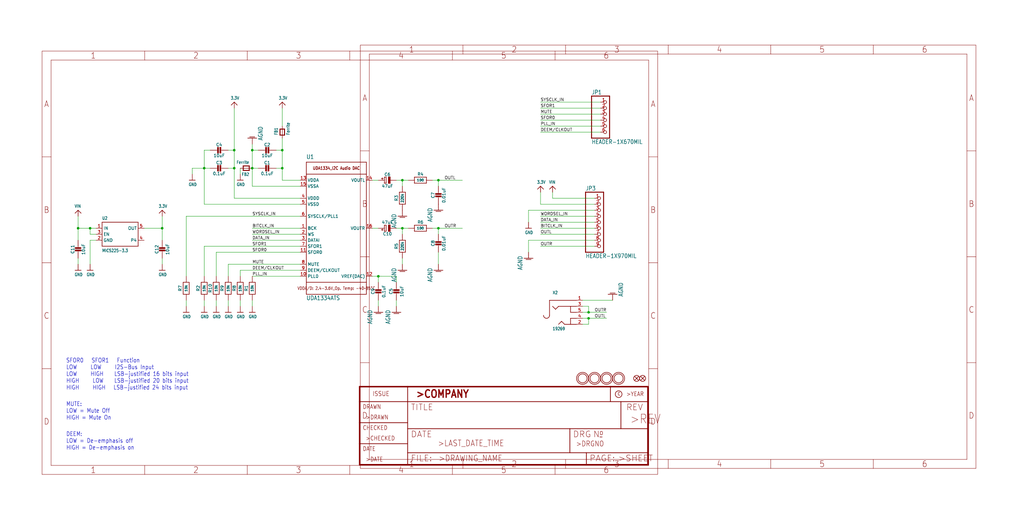
<source format=kicad_sch>
(kicad_sch (version 20211123) (generator eeschema)
  (paper "User" 433.07 220.421)
  (lib_symbols
    (symbol "schematicEagle-eagle-import:3.3V" (power)
      (property "Value" "3.3V" (at -1.524 1.016 0))
      (symbol "3.3V_1_0"
        (polyline (pts (xy -1.27 -1.27) (xy 0 0)) (stroke (width 0.254)))
        (polyline (pts (xy 0 0) (xy 1.27 -1.27)) (stroke (width 0.254)))
        (pin power_in line (at 0 -2.54 90) (length 2.54) (name "3.3V") (number "1"))
      )
    )
    (symbol "schematicEagle-eagle-import:AGND" (power)
      (property "Value" "AGND" (at -2.54 -5.08 90))
      (symbol "AGND_1_0"
        (polyline (pts (xy -1.905 0) (xy 1.905 0)) (stroke (width 0.254)))
        (polyline (pts (xy -1.0922 -0.508) (xy 1.0922 -0.508)) (stroke (width 0.254)))
        (pin power_in line (at 0 2.54 270) (length 2.54) (name "AGND") (number "1"))
      )
    )
    (symbol "schematicEagle-eagle-import:AUDIO_3.5MMJACK"
      (property "Reference" "X" (at -5.08 7.62 0))
      (property "Value" "AUDIO_3.5MMJACK" (at -5.08 -7.62 0))
      (symbol "AUDIO_3.5MMJACK_1_0"
        (arc (start -8.89 -1.27) (mid -8.518 -2.168) (end -7.62 -2.54) (stroke (width 0.254)))
        (arc (start -7.62 -2.54) (mid -6.722 -2.168) (end -6.35 -1.27) (stroke (width 0.254)))
        (polyline (pts (xy -6.35 5.08) (xy -6.35 -1.27)) (stroke (width 0.254)))
        (polyline (pts (xy -3.81 1.27) (xy -5.08 2.54)) (stroke (width 0.254)))
        (polyline (pts (xy -2.54 2.54) (xy -3.81 1.27)) (stroke (width 0.254)))
        (polyline (pts (xy -1.27 -3.81) (xy -2.54 -5.08)) (stroke (width 0.254)))
        (polyline (pts (xy 0 -5.08) (xy -1.27 -3.81)) (stroke (width 0.254)))
        (polyline (pts (xy 2.54 -5.08) (xy 0 -5.08)) (stroke (width 0.254)))
        (polyline (pts (xy 2.54 -2.54) (xy 2.54 -5.08)) (stroke (width 0.254)))
        (polyline (pts (xy 2.54 0) (xy 2.54 2.54)) (stroke (width 0.254)))
        (polyline (pts (xy 2.54 2.54) (xy -2.54 2.54)) (stroke (width 0.254)))
        (polyline (pts (xy 5.08 -5.08) (xy 2.54 -5.08)) (stroke (width 0.254)))
        (polyline (pts (xy 5.08 -2.54) (xy 2.54 -2.54)) (stroke (width 0.254)))
        (polyline (pts (xy 5.08 0) (xy 2.54 0)) (stroke (width 0.254)))
        (polyline (pts (xy 5.08 2.54) (xy 2.54 2.54)) (stroke (width 0.254)))
        (polyline (pts (xy 5.08 5.08) (xy -6.35 5.08)) (stroke (width 0.254)))
        (pin bidirectional line (at 7.62 5.08 180) (length 2.54) (name "P$1") (number "1"))
        (pin bidirectional line (at 7.62 -5.08 180) (length 2.54) (name "P$5") (number "2"))
        (pin bidirectional line (at 7.62 2.54 180) (length 2.54) (name "P$2") (number "3"))
        (pin bidirectional line (at 7.62 -2.54 180) (length 2.54) (name "P$4") (number "4"))
        (pin bidirectional line (at 7.62 0 180) (length 2.54) (name "P$3") (number "5"))
      )
    )
    (symbol "schematicEagle-eagle-import:AUDIO_I2S_UDA1334{dblquote}{dblquote}"
      (property "Reference" "U" (at -12.7 29.21 0))
      (property "Value" "AUDIO_I2S_UDA1334{dblquote}{dblquote}" (at -12.7 -30.48 0))
      (symbol "AUDIO_I2S_UDA1334{dblquote}{dblquote}_1_0"
        (polyline (pts (xy -12.7 -27.94) (xy 12.7 -27.94)) (stroke (width 0.254)))
        (polyline (pts (xy -12.7 -22.86) (xy -12.7 -27.94)) (stroke (width 0.254)))
        (polyline (pts (xy -12.7 -22.86) (xy -12.7 22.86)) (stroke (width 0.254)))
        (polyline (pts (xy -12.7 22.86) (xy -12.7 27.94)) (stroke (width 0.254)))
        (polyline (pts (xy -12.7 22.86) (xy 12.7 22.86)) (stroke (width 0.254)))
        (polyline (pts (xy -12.7 27.94) (xy 12.7 27.94)) (stroke (width 0.254)))
        (polyline (pts (xy 12.7 -27.94) (xy 12.7 -22.86)) (stroke (width 0.254)))
        (polyline (pts (xy 12.7 -22.86) (xy -12.7 -22.86)) (stroke (width 0.254)))
        (polyline (pts (xy 12.7 22.86) (xy 12.7 -22.86)) (stroke (width 0.254)))
        (polyline (pts (xy 12.7 27.94) (xy 12.7 22.86)) (stroke (width 0.254)))
        (text "UDA1334_I2C Audio DAC" (at 0 25.4 0) (effects (font (size 1.27 1.0795) (thickness 0.2159) bold)))
        (text "VDDA/D: 2.4-3.6V_Op. Temp: -40~85°C" (at 0 -25.4 0) (effects (font (size 1.27 1.0795))))
        (pin input line (at -15.24 0 0) (length 2.54) (name "BCK") (number "1"))
        (pin input line (at -15.24 -20.32 0) (length 2.54) (name "PLL0") (number "10"))
        (pin input line (at -15.24 -10.16 0) (length 2.54) (name "SFOR0") (number "11"))
        (pin output line (at 15.24 -20.32 180) (length 2.54) (name "VREF(DAC)") (number "12"))
        (pin power_in line (at -15.24 20.32 0) (length 2.54) (name "VDDA") (number "13"))
        (pin output line (at 15.24 20.32 180) (length 2.54) (name "VOUTL") (number "14"))
        (pin power_in line (at -15.24 17.78 0) (length 2.54) (name "VSSA") (number "15"))
        (pin output line (at 15.24 0 180) (length 2.54) (name "VOUTR") (number "16"))
        (pin input line (at -15.24 -2.54 0) (length 2.54) (name "WS") (number "2"))
        (pin input line (at -15.24 -5.08 0) (length 2.54) (name "DATAI") (number "3"))
        (pin power_in line (at -15.24 12.7 0) (length 2.54) (name "VDDD") (number "4"))
        (pin power_in line (at -15.24 10.16 0) (length 2.54) (name "VSSD") (number "5"))
        (pin input line (at -15.24 5.08 0) (length 2.54) (name "SYSCLK/PLL1") (number "6"))
        (pin input line (at -15.24 -7.62 0) (length 2.54) (name "SFOR1") (number "7"))
        (pin input line (at -15.24 -15.24 0) (length 2.54) (name "MUTE") (number "8"))
        (pin bidirectional line (at -15.24 -17.78 0) (length 2.54) (name "DEEM/CLKOUT") (number "9"))
      )
    )
    (symbol "schematicEagle-eagle-import:CAP_CERAMIC0805-NOOUTLINE"
      (property "Reference" "C" (at -2.29 1.25 90))
      (property "Value" "CAP_CERAMIC0805-NOOUTLINE" (at 2.3 1.25 90))
      (symbol "CAP_CERAMIC0805-NOOUTLINE_1_0"
        (rectangle (start -1.27 0.508) (end 1.27 1.016) (fill (type outline)))
        (rectangle (start -1.27 1.524) (end 1.27 2.032) (fill (type outline)))
        (polyline (pts (xy 0 0.762) (xy 0 0)) (stroke (width 0.1524)))
        (polyline (pts (xy 0 2.54) (xy 0 1.778)) (stroke (width 0.1524)))
        (pin passive line (at 0 5.08 270) (length 2.54) (name "1") (number "1"))
        (pin passive line (at 0 -2.54 90) (length 2.54) (name "2") (number "2"))
      )
    )
    (symbol "schematicEagle-eagle-import:CAP_ELECTROLYTICPANASONIC_C"
      (property "Reference" "C" (at -2.39 1.25 90))
      (property "Value" "CAP_ELECTROLYTICPANASONIC_C" (at 2.5 1.25 90))
      (symbol "CAP_ELECTROLYTICPANASONIC_C_1_0"
        (rectangle (start -1.397 0) (end 1.397 0.889) (fill (type outline)))
        (polyline (pts (xy -1.27 1.778) (xy -1.27 2.54)) (stroke (width 0.254)))
        (polyline (pts (xy -1.27 2.54) (xy 1.27 2.54)) (stroke (width 0.254)))
        (polyline (pts (xy -1.016 3.429) (xy -0.254 3.429)) (stroke (width 0.254)))
        (polyline (pts (xy -0.635 3.81) (xy -0.635 3.048)) (stroke (width 0.254)))
        (polyline (pts (xy 1.27 1.778) (xy -1.27 1.778)) (stroke (width 0.254)))
        (polyline (pts (xy 1.27 2.54) (xy 1.27 1.778)) (stroke (width 0.254)))
        (pin passive line (at 0 5.08 270) (length 2.54) (name "+") (number "+"))
        (pin passive line (at 0 -2.54 90) (length 2.54) (name "-") (number "-"))
      )
    )
    (symbol "schematicEagle-eagle-import:FERRITE0805"
      (property "Reference" "FB" (at -1.27 1.905 0))
      (property "Value" "FERRITE0805" (at -1.27 -3.175 0))
      (symbol "FERRITE0805_1_0"
        (polyline (pts (xy -1.27 -0.9525) (xy -1.27 0.9525)) (stroke (width 0.4064)))
        (polyline (pts (xy -1.27 0.9525) (xy 1.27 0.9525)) (stroke (width 0.4064)))
        (polyline (pts (xy 1.27 -0.9525) (xy -1.27 -0.9525)) (stroke (width 0.4064)))
        (polyline (pts (xy 1.27 0.9525) (xy 1.27 -0.9525)) (stroke (width 0.4064)))
        (pin passive line (at -2.54 0 0) (length 2.54) (name "P$1") (number "1"))
        (pin passive line (at 2.54 0 180) (length 2.54) (name "P$2") (number "2"))
      )
    )
    (symbol "schematicEagle-eagle-import:FIDUCIAL_1MM"
      (symbol "FIDUCIAL_1MM_1_0"
        (polyline (pts (xy -0.762 0.762) (xy 0.762 -0.762)) (stroke (width 0.254)))
        (polyline (pts (xy 0.762 0.762) (xy -0.762 -0.762)) (stroke (width 0.254)))
        (circle (center 0 0) (radius 1.27) (stroke (width 0.254)))
      )
    )
    (symbol "schematicEagle-eagle-import:FRAME_A4"
      (symbol "FRAME_A4_0_0"
        (polyline (pts (xy 0 44.7675) (xy 3.81 44.7675)))
        (polyline (pts (xy 0 89.535) (xy 3.81 89.535)))
        (polyline (pts (xy 0 134.3025) (xy 3.81 134.3025)))
        (polyline (pts (xy 3.81 3.81) (xy 3.81 175.26)))
        (polyline (pts (xy 43.3917 0) (xy 43.3917 3.81)))
        (polyline (pts (xy 43.3917 175.26) (xy 43.3917 179.07)))
        (polyline (pts (xy 86.7833 0) (xy 86.7833 3.81)))
        (polyline (pts (xy 86.7833 175.26) (xy 86.7833 179.07)))
        (polyline (pts (xy 130.175 0) (xy 130.175 3.81)))
        (polyline (pts (xy 130.175 175.26) (xy 130.175 179.07)))
        (polyline (pts (xy 173.5667 0) (xy 173.5667 3.81)))
        (polyline (pts (xy 173.5667 175.26) (xy 173.5667 179.07)))
        (polyline (pts (xy 216.9583 0) (xy 216.9583 3.81)))
        (polyline (pts (xy 216.9583 175.26) (xy 216.9583 179.07)))
        (polyline (pts (xy 256.54 3.81) (xy 3.81 3.81)))
        (polyline (pts (xy 256.54 3.81) (xy 256.54 175.26)))
        (polyline (pts (xy 256.54 44.7675) (xy 260.35 44.7675)))
        (polyline (pts (xy 256.54 89.535) (xy 260.35 89.535)))
        (polyline (pts (xy 256.54 134.3025) (xy 260.35 134.3025)))
        (polyline (pts (xy 256.54 175.26) (xy 3.81 175.26)))
        (polyline (pts (xy 0 0) (xy 260.35 0) (xy 260.35 179.07) (xy 0 179.07) (xy 0 0)))
        (text "1" (at 21.6958 1.905 0) (effects (font (size 2.54 2.286))))
        (text "1" (at 21.6958 177.165 0) (effects (font (size 2.54 2.286))))
        (text "2" (at 65.0875 1.905 0) (effects (font (size 2.54 2.286))))
        (text "2" (at 65.0875 177.165 0) (effects (font (size 2.54 2.286))))
        (text "3" (at 108.4792 1.905 0) (effects (font (size 2.54 2.286))))
        (text "3" (at 108.4792 177.165 0) (effects (font (size 2.54 2.286))))
        (text "4" (at 151.8708 1.905 0) (effects (font (size 2.54 2.286))))
        (text "4" (at 151.8708 177.165 0) (effects (font (size 2.54 2.286))))
        (text "5" (at 195.2625 1.905 0) (effects (font (size 2.54 2.286))))
        (text "5" (at 195.2625 177.165 0) (effects (font (size 2.54 2.286))))
        (text "6" (at 238.6542 1.905 0) (effects (font (size 2.54 2.286))))
        (text "6" (at 238.6542 177.165 0) (effects (font (size 2.54 2.286))))
        (text "A" (at 1.905 156.6863 0) (effects (font (size 2.54 2.286))))
        (text "A" (at 258.445 156.6863 0) (effects (font (size 2.54 2.286))))
        (text "B" (at 1.905 111.9188 0) (effects (font (size 2.54 2.286))))
        (text "B" (at 258.445 111.9188 0) (effects (font (size 2.54 2.286))))
        (text "C" (at 1.905 67.1513 0) (effects (font (size 2.54 2.286))))
        (text "C" (at 258.445 67.1513 0) (effects (font (size 2.54 2.286))))
        (text "D" (at 1.905 22.3838 0) (effects (font (size 2.54 2.286))))
        (text "D" (at 258.445 22.3838 0) (effects (font (size 2.54 2.286))))
      )
      (symbol "FRAME_A4_1_0"
        (polyline (pts (xy 256.54 3.81) (xy 256.54 8.89)) (stroke (width 0.1016)))
        (polyline (pts (xy 256.54 8.89) (xy 256.54 13.97)) (stroke (width 0.1016)))
        (polyline (pts (xy 256.54 13.97) (xy 256.54 19.05)) (stroke (width 0.1016)))
        (polyline (pts (xy 256.54 19.05) (xy 256.54 36.83)) (stroke (width 0.1016)))
      )
      (symbol "FRAME_A4_2_0"
        (polyline (pts (xy -0.3048 1.5748) (xy 20.0152 1.5748)) (stroke (width 0.6096)))
        (polyline (pts (xy -0.3048 10.4648) (xy -0.3048 1.5748)) (stroke (width 0.6096)))
        (polyline (pts (xy -0.3048 10.4648) (xy 20.0152 10.4648)) (stroke (width 0.3048)))
        (polyline (pts (xy -0.3048 19.3548) (xy -0.3048 10.4648)) (stroke (width 0.6096)))
        (polyline (pts (xy -0.3048 19.3548) (xy 20.0152 19.3548)) (stroke (width 0.3048)))
        (polyline (pts (xy -0.3048 28.2448) (xy -0.3048 19.3548)) (stroke (width 0.6096)))
        (polyline (pts (xy -0.3048 28.2448) (xy 20.0152 28.2448)) (stroke (width 0.3048)))
        (polyline (pts (xy -0.3048 34.5948) (xy -0.3048 28.2448)) (stroke (width 0.6096)))
        (polyline (pts (xy 20.0152 1.5748) (xy 20.0152 6.6548)) (stroke (width 0.3048)))
        (polyline (pts (xy 20.0152 1.5748) (xy 95.5802 1.5748)) (stroke (width 0.6096)))
        (polyline (pts (xy 20.0152 6.6548) (xy 20.0152 10.4648)) (stroke (width 0.3048)))
        (polyline (pts (xy 20.0152 6.6548) (xy 88.5952 6.6548)) (stroke (width 0.3048)))
        (polyline (pts (xy 20.0152 10.4648) (xy 20.0152 16.8148)) (stroke (width 0.3048)))
        (polyline (pts (xy 20.0152 16.8148) (xy 20.0152 19.3548)) (stroke (width 0.3048)))
        (polyline (pts (xy 20.0152 19.3548) (xy 20.0152 28.2448)) (stroke (width 0.3048)))
        (polyline (pts (xy 20.0152 28.2448) (xy 20.0152 34.5948)) (stroke (width 0.3048)))
        (polyline (pts (xy 20.0152 28.2448) (xy 105.7402 28.2448)) (stroke (width 0.3048)))
        (polyline (pts (xy 20.0152 34.5948) (xy -0.3048 34.5948)) (stroke (width 0.6096)))
        (polyline (pts (xy 88.5952 6.6548) (xy 95.5802 6.6548)) (stroke (width 0.3048)))
        (polyline (pts (xy 88.5952 16.8148) (xy 20.0152 16.8148)) (stroke (width 0.3048)))
        (polyline (pts (xy 88.5952 16.8148) (xy 88.5952 6.6548)) (stroke (width 0.3048)))
        (polyline (pts (xy 95.5802 1.5748) (xy 121.6152 1.5748)) (stroke (width 0.6096)))
        (polyline (pts (xy 95.5802 6.6548) (xy 95.5802 1.5748)) (stroke (width 0.3048)))
        (polyline (pts (xy 95.5802 6.6548) (xy 121.6152 6.6548)) (stroke (width 0.3048)))
        (polyline (pts (xy 101.2952 13.3223) (xy 102.2477 13.3223)) (stroke (width 0.254)))
        (polyline (pts (xy 105.7402 28.2448) (xy 105.7402 34.5948)) (stroke (width 0.3048)))
        (polyline (pts (xy 105.7402 28.2448) (xy 110.1852 28.2448)) (stroke (width 0.3048)))
        (polyline (pts (xy 105.7402 34.5948) (xy 20.0152 34.5948)) (stroke (width 0.6096)))
        (polyline (pts (xy 110.1852 16.8148) (xy 88.5952 16.8148)) (stroke (width 0.3048)))
        (polyline (pts (xy 110.1852 28.2448) (xy 110.1852 16.8148)) (stroke (width 0.3048)))
        (polyline (pts (xy 110.1852 28.2448) (xy 121.6152 28.2448)) (stroke (width 0.3048)))
        (polyline (pts (xy 121.6152 6.6548) (xy 121.6152 1.5748)) (stroke (width 0.6096)))
        (polyline (pts (xy 121.6152 16.8148) (xy 110.1852 16.8148)) (stroke (width 0.3048)))
        (polyline (pts (xy 121.6152 16.8148) (xy 121.6152 6.6548)) (stroke (width 0.6096)))
        (polyline (pts (xy 121.6152 28.2448) (xy 121.6152 16.8148)) (stroke (width 0.6096)))
        (polyline (pts (xy 121.6152 34.5948) (xy 105.7402 34.5948)) (stroke (width 0.6096)))
        (polyline (pts (xy 121.6152 34.5948) (xy 121.6152 28.2448)) (stroke (width 0.6096)))
        (circle (center 109.2327 31.4198) (radius 1.4199) (stroke (width 0.254)))
        (text ">CHECKED" (at 2.2352 11.7348 0) (effects (font (size 1.778 1.5113)) (justify left bottom)))
        (text ">COMPANY" (at 23.349 29.6735 0) (effects (font (size 3.175 2.6987) (thickness 0.5397) bold) (justify left bottom)))
        (text ">DATE" (at 2.2352 2.8448 0) (effects (font (size 1.778 1.5113)) (justify left bottom)))
        (text ">DRAWING_NAME" (at 33.0327 2.8448 0) (effects (font (size 2.54 2.159)) (justify left bottom)))
        (text ">DRAWN" (at 2.2352 20.6248 0) (effects (font (size 1.778 1.5113)) (justify left bottom)))
        (text ">DRGNO" (at 91.1352 9.1948 0) (effects (font (size 2.1844 1.8567)) (justify left bottom)))
        (text ">LAST_DATE_TIME" (at 32.7152 9.1948 0) (effects (font (size 2.54 2.159)) (justify left bottom)))
        (text ">REV" (at 113.9952 18.7198 0) (effects (font (size 3.81 3.2385)) (justify left bottom)))
        (text ">SHEET" (at 108.9152 2.8448 0) (effects (font (size 2.54 2.54)) (justify left bottom)))
        (text ">YEAR" (at 112.4077 30.4673 0) (effects (font (size 1.778 1.5113)) (justify left bottom)))
        (text "C" (at 108.7564 30.7848 0) (effects (font (size 1.27 1.0795)) (justify left bottom)))
        (text "CHECKED" (at 0.9652 16.1798 0) (effects (font (size 1.778 1.5113)) (justify left bottom)))
        (text "DATE" (at 0.9652 7.2898 0) (effects (font (size 1.778 1.5113)) (justify left bottom)))
        (text "DATE" (at 21.2852 13.0048 0) (effects (font (size 2.54 2.54)) (justify left bottom)))
        (text "DRAWN" (at 0.9652 25.0698 0) (effects (font (size 1.778 1.5113)) (justify left bottom)))
        (text "DRG" (at 89.8652 13.0048 0) (effects (font (size 2.54 2.54)) (justify left bottom)))
        (text "FILE:" (at 21.2852 2.8448 0) (effects (font (size 2.54 2.54)) (justify left bottom)))
        (text "ISSUE" (at 5.0927 30.4673 0) (effects (font (size 1.9304 1.6408)) (justify left bottom)))
        (text "N" (at 98.4377 13.0048 0) (effects (font (size 2.54 2.54)) (justify left bottom)))
        (text "o" (at 100.9777 13.9573 0) (effects (font (size 2.1844 1.8567)) (justify left bottom)))
        (text "PAGE:" (at 96.8502 2.8448 0) (effects (font (size 2.54 2.54)) (justify left bottom)))
        (text "REV" (at 112.4077 24.4348 0) (effects (font (size 2.54 2.54)) (justify left bottom)))
        (text "TITLE" (at 21.2852 24.4348 0) (effects (font (size 2.54 2.54)) (justify left bottom)))
      )
    )
    (symbol "schematicEagle-eagle-import:GND" (power)
      (property "Value" "GND" (at -1.524 -2.54 0))
      (symbol "GND_1_0"
        (polyline (pts (xy -1.27 0) (xy 1.27 0)) (stroke (width 0.254)))
        (pin power_in line (at 0 2.54 270) (length 2.54) (name "GND") (number "1"))
      )
    )
    (symbol "schematicEagle-eagle-import:HEADER-1X670MIL"
      (property "Reference" "JP" (at -6.35 10.795 0))
      (property "Value" "HEADER-1X670MIL" (at -6.35 -10.16 0))
      (symbol "HEADER-1X670MIL_1_0"
        (polyline (pts (xy -6.35 -7.62) (xy 1.27 -7.62)) (stroke (width 0.4064)))
        (polyline (pts (xy -6.35 10.16) (xy -6.35 -7.62)) (stroke (width 0.4064)))
        (polyline (pts (xy 1.27 -7.62) (xy 1.27 10.16)) (stroke (width 0.4064)))
        (polyline (pts (xy 1.27 10.16) (xy -6.35 10.16)) (stroke (width 0.4064)))
        (pin passive inverted (at -2.54 7.62 0) (length 2.54) (name "1") (number "1"))
        (pin passive inverted (at -2.54 5.08 0) (length 2.54) (name "2") (number "2"))
        (pin passive inverted (at -2.54 2.54 0) (length 2.54) (name "3") (number "3"))
        (pin passive inverted (at -2.54 0 0) (length 2.54) (name "4") (number "4"))
        (pin passive inverted (at -2.54 -2.54 0) (length 2.54) (name "5") (number "5"))
        (pin passive inverted (at -2.54 -5.08 0) (length 2.54) (name "6") (number "6"))
      )
    )
    (symbol "schematicEagle-eagle-import:HEADER-1X970MIL"
      (property "Reference" "JP" (at -6.35 13.335 0))
      (property "Value" "HEADER-1X970MIL" (at -6.35 -15.24 0))
      (symbol "HEADER-1X970MIL_1_0"
        (polyline (pts (xy -6.35 -12.7) (xy 1.27 -12.7)) (stroke (width 0.4064)))
        (polyline (pts (xy -6.35 12.7) (xy -6.35 -12.7)) (stroke (width 0.4064)))
        (polyline (pts (xy 1.27 -12.7) (xy 1.27 12.7)) (stroke (width 0.4064)))
        (polyline (pts (xy 1.27 12.7) (xy -6.35 12.7)) (stroke (width 0.4064)))
        (pin passive inverted (at -2.54 10.16 0) (length 2.54) (name "1") (number "1"))
        (pin passive inverted (at -2.54 7.62 0) (length 2.54) (name "2") (number "2"))
        (pin passive inverted (at -2.54 5.08 0) (length 2.54) (name "3") (number "3"))
        (pin passive inverted (at -2.54 2.54 0) (length 2.54) (name "4") (number "4"))
        (pin passive inverted (at -2.54 0 0) (length 2.54) (name "5") (number "5"))
        (pin passive inverted (at -2.54 -2.54 0) (length 2.54) (name "6") (number "6"))
        (pin passive inverted (at -2.54 -5.08 0) (length 2.54) (name "7") (number "7"))
        (pin passive inverted (at -2.54 -7.62 0) (length 2.54) (name "8") (number "8"))
        (pin passive inverted (at -2.54 -10.16 0) (length 2.54) (name "9") (number "9"))
      )
    )
    (symbol "schematicEagle-eagle-import:MOUNTINGHOLE2.5"
      (symbol "MOUNTINGHOLE2.5_1_0"
        (circle (center 0 0) (radius 1.905) (stroke (width 0.254)))
        (circle (center 0 0) (radius 2.54) (stroke (width 0.254)))
      )
    )
    (symbol "schematicEagle-eagle-import:RESISTOR0805_NOOUTLINE"
      (property "Reference" "R" (at 0 2.54 0))
      (property "Value" "RESISTOR0805_NOOUTLINE" (at 0 0 0))
      (symbol "RESISTOR0805_NOOUTLINE_1_0"
        (polyline (pts (xy -2.54 -1.27) (xy -2.54 1.27)) (stroke (width 0.254)))
        (polyline (pts (xy -2.54 1.27) (xy 2.54 1.27)) (stroke (width 0.254)))
        (polyline (pts (xy 2.54 -1.27) (xy -2.54 -1.27)) (stroke (width 0.254)))
        (polyline (pts (xy 2.54 1.27) (xy 2.54 -1.27)) (stroke (width 0.254)))
        (pin passive line (at -5.08 0 0) (length 2.54) (name "1") (number "1"))
        (pin passive line (at 5.08 0 180) (length 2.54) (name "2") (number "2"))
      )
    )
    (symbol "schematicEagle-eagle-import:RESISTOR_0603_NOOUT"
      (property "Reference" "R" (at 0 2.54 0))
      (property "Value" "RESISTOR_0603_NOOUT" (at 0 0 0))
      (symbol "RESISTOR_0603_NOOUT_1_0"
        (polyline (pts (xy -2.54 -1.27) (xy -2.54 1.27)) (stroke (width 0.254)))
        (polyline (pts (xy -2.54 1.27) (xy 2.54 1.27)) (stroke (width 0.254)))
        (polyline (pts (xy 2.54 -1.27) (xy -2.54 -1.27)) (stroke (width 0.254)))
        (polyline (pts (xy 2.54 1.27) (xy 2.54 -1.27)) (stroke (width 0.254)))
        (pin passive line (at -5.08 0 0) (length 2.54) (name "1") (number "1"))
        (pin passive line (at 5.08 0 180) (length 2.54) (name "2") (number "2"))
      )
    )
    (symbol "schematicEagle-eagle-import:VIN" (power)
      (property "Value" "VIN" (at -1.524 1.016 0))
      (symbol "VIN_1_0"
        (polyline (pts (xy -1.27 -1.27) (xy 0 0)) (stroke (width 0.254)))
        (polyline (pts (xy 0 0) (xy 1.27 -1.27)) (stroke (width 0.254)))
        (pin power_in line (at 0 -2.54 90) (length 2.54) (name "VIN") (number "1"))
      )
    )
    (symbol "schematicEagle-eagle-import:VREG_SOT23-5"
      (property "Reference" "U" (at -7.62 6.096 0))
      (property "Value" "VREG_SOT23-5" (at -7.62 -7.62 0))
      (symbol "VREG_SOT23-5_1_0"
        (polyline (pts (xy -7.62 -5.08) (xy -7.62 5.08)) (stroke (width 0.254)))
        (polyline (pts (xy -7.62 5.08) (xy 7.62 5.08)) (stroke (width 0.254)))
        (polyline (pts (xy 7.62 -5.08) (xy -7.62 -5.08)) (stroke (width 0.254)))
        (polyline (pts (xy 7.62 5.08) (xy 7.62 -5.08)) (stroke (width 0.254)))
        (pin power_in line (at -10.16 2.54 0) (length 2.54) (name "IN") (number "1"))
        (pin power_in line (at -10.16 -2.54 0) (length 2.54) (name "GND") (number "2"))
        (pin input line (at -10.16 0 0) (length 2.54) (name "EN") (number "3"))
        (pin bidirectional line (at 10.16 -2.54 180) (length 2.54) (name "P4") (number "4"))
        (pin power_in line (at 10.16 2.54 180) (length 2.54) (name "OUT") (number "5"))
      )
    )
  )
  (junction (at 106.68 71.12))
  (junction (at 106.68 63.5))
  (junction (at 248.92 132.08))
  (junction (at 99.06 63.5))
  (junction (at 38.1 96.52))
  (junction (at 185.42 76.2))
  (junction (at 170.18 96.52))
  (junction (at 185.42 96.52))
  (junction (at 248.92 134.62))
  (junction (at 86.36 71.12))
  (junction (at 68.58 96.52))
  (junction (at 119.38 71.12))
  (junction (at 99.06 71.12))
  (junction (at 170.18 76.2))
  (junction (at 160.02 116.84))
  (junction (at 33.02 96.52))
  (junction (at 119.38 63.5))
  (wire (pts (xy 254 50.8) (xy 228.6 50.8)))
  (wire (pts (xy 127 99.06) (xy 106.68 99.06)))
  (wire (pts (xy 33.02 109.22) (xy 33.02 111.76)))
  (wire (pts (xy 254 43.18) (xy 228.6 43.18)))
  (wire (pts (xy 182.88 76.2) (xy 185.42 76.2)))
  (wire (pts (xy 248.92 132.08) (xy 256.54 132.08)))
  (wire (pts (xy 119.38 53.34) (xy 119.38 45.72)))
  (wire (pts (xy 40.64 101.6) (xy 38.1 101.6)))
  (wire (pts (xy 246.38 134.62) (xy 248.92 134.62)))
  (wire (pts (xy 127 104.14) (xy 86.36 104.14)))
  (wire (pts (xy 185.42 96.52) (xy 185.42 99.06)))
  (wire (pts (xy 248.92 134.62) (xy 256.54 134.62)))
  (wire (pts (xy 170.18 76.2) (xy 167.64 76.2)))
  (wire (pts (xy 99.06 63.5) (xy 99.06 45.72)))
  (wire (pts (xy 170.18 96.52) (xy 172.72 96.52)))
  (wire (pts (xy 96.52 71.12) (xy 99.06 71.12)))
  (wire (pts (xy 127 78.74) (xy 106.68 78.74)))
  (wire (pts (xy 127 116.84) (xy 106.68 116.84)))
  (wire (pts (xy 251.46 104.14) (xy 228.6 104.14)))
  (wire (pts (xy 160.02 96.52) (xy 157.48 96.52)))
  (wire (pts (xy 254 45.72) (xy 228.6 45.72)))
  (wire (pts (xy 68.58 109.22) (xy 68.58 111.76)))
  (wire (pts (xy 251.46 101.6) (xy 223.52 101.6)))
  (wire (pts (xy 99.06 83.82) (xy 99.06 71.12)))
  (wire (pts (xy 109.22 71.12) (xy 106.68 71.12)))
  (wire (pts (xy 96.52 127) (xy 96.52 129.54)))
  (wire (pts (xy 96.52 111.76) (xy 96.52 116.84)))
  (wire (pts (xy 106.68 60.96) (xy 106.68 63.5)))
  (wire (pts (xy 88.9 71.12) (xy 86.36 71.12)))
  (wire (pts (xy 40.64 99.06) (xy 38.1 99.06)))
  (wire (pts (xy 185.42 76.2) (xy 195.58 76.2)))
  (wire (pts (xy 86.36 86.36) (xy 86.36 71.12)))
  (wire (pts (xy 78.74 91.44) (xy 78.74 116.84)))
  (wire (pts (xy 233.68 83.82) (xy 233.68 81.28)))
  (wire (pts (xy 38.1 101.6) (xy 38.1 111.76)))
  (wire (pts (xy 33.02 96.52) (xy 33.02 91.44)))
  (wire (pts (xy 106.68 71.12) (xy 106.68 63.5)))
  (wire (pts (xy 99.06 71.12) (xy 99.06 63.5)))
  (wire (pts (xy 170.18 78.74) (xy 170.18 76.2)))
  (wire (pts (xy 127 76.2) (xy 119.38 76.2)))
  (wire (pts (xy 38.1 99.06) (xy 38.1 96.52)))
  (wire (pts (xy 248.92 134.62) (xy 248.92 137.16)))
  (wire (pts (xy 251.46 88.9) (xy 223.52 88.9)))
  (wire (pts (xy 251.46 99.06) (xy 228.6 99.06)))
  (wire (pts (xy 228.6 86.36) (xy 228.6 81.28)))
  (wire (pts (xy 248.92 129.54) (xy 248.92 132.08)))
  (wire (pts (xy 116.84 71.12) (xy 119.38 71.12)))
  (wire (pts (xy 101.6 114.3) (xy 101.6 116.84)))
  (wire (pts (xy 167.64 116.84) (xy 167.64 119.38)))
  (wire (pts (xy 127 96.52) (xy 106.68 96.52)))
  (wire (pts (xy 254 53.34) (xy 228.6 53.34)))
  (wire (pts (xy 157.48 116.84) (xy 160.02 116.84)))
  (wire (pts (xy 251.46 91.44) (xy 228.6 91.44)))
  (wire (pts (xy 91.44 127) (xy 91.44 129.54)))
  (wire (pts (xy 223.52 88.9) (xy 223.52 93.98)))
  (wire (pts (xy 106.68 78.74) (xy 106.68 71.12)))
  (wire (pts (xy 106.68 63.5) (xy 109.22 63.5)))
  (wire (pts (xy 86.36 104.14) (xy 86.36 116.84)))
  (wire (pts (xy 101.6 127) (xy 101.6 129.54)))
  (wire (pts (xy 254 55.88) (xy 228.6 55.88)))
  (wire (pts (xy 127 101.6) (xy 106.68 101.6)))
  (wire (pts (xy 170.18 76.2) (xy 172.72 76.2)))
  (wire (pts (xy 246.38 137.16) (xy 248.92 137.16)))
  (wire (pts (xy 116.84 63.5) (xy 119.38 63.5)))
  (wire (pts (xy 81.28 71.12) (xy 81.28 73.66)))
  (wire (pts (xy 259.08 127) (xy 246.38 127)))
  (wire (pts (xy 119.38 71.12) (xy 119.38 63.5)))
  (wire (pts (xy 160.02 127) (xy 160.02 129.54)))
  (wire (pts (xy 170.18 96.52) (xy 167.64 96.52)))
  (wire (pts (xy 68.58 96.52) (xy 68.58 91.44)))
  (wire (pts (xy 119.38 63.5) (xy 119.38 58.42)))
  (wire (pts (xy 78.74 127) (xy 78.74 129.54)))
  (wire (pts (xy 86.36 71.12) (xy 81.28 71.12)))
  (wire (pts (xy 185.42 96.52) (xy 195.58 96.52)))
  (wire (pts (xy 251.46 83.82) (xy 233.68 83.82)))
  (wire (pts (xy 101.6 71.12) (xy 101.6 73.66)))
  (wire (pts (xy 251.46 96.52) (xy 228.6 96.52)))
  (wire (pts (xy 127 83.82) (xy 99.06 83.82)))
  (wire (pts (xy 38.1 96.52) (xy 33.02 96.52)))
  (wire (pts (xy 86.36 71.12) (xy 86.36 63.5)))
  (wire (pts (xy 251.46 93.98) (xy 228.6 93.98)))
  (wire (pts (xy 127 86.36) (xy 86.36 86.36)))
  (wire (pts (xy 167.64 127) (xy 167.64 129.54)))
  (wire (pts (xy 127 111.76) (xy 96.52 111.76)))
  (wire (pts (xy 223.52 101.6) (xy 223.52 106.68)))
  (wire (pts (xy 86.36 63.5) (xy 88.9 63.5)))
  (wire (pts (xy 86.36 127) (xy 86.36 129.54)))
  (wire (pts (xy 127 106.68) (xy 91.44 106.68)))
  (wire (pts (xy 246.38 129.54) (xy 248.92 129.54)))
  (wire (pts (xy 185.42 76.2) (xy 185.42 78.74)))
  (wire (pts (xy 127 114.3) (xy 101.6 114.3)))
  (wire (pts (xy 60.96 96.52) (xy 68.58 96.52)))
  (wire (pts (xy 68.58 101.6) (xy 68.58 96.52)))
  (wire (pts (xy 160.02 116.84) (xy 167.64 116.84)))
  (wire (pts (xy 96.52 63.5) (xy 99.06 63.5)))
  (wire (pts (xy 170.18 99.06) (xy 170.18 96.52)))
  (wire (pts (xy 40.64 96.52) (xy 38.1 96.52)))
  (wire (pts (xy 157.48 76.2) (xy 160.02 76.2)))
  (wire (pts (xy 127 91.44) (xy 78.74 91.44)))
  (wire (pts (xy 185.42 106.68) (xy 185.42 111.76)))
  (wire (pts (xy 160.02 116.84) (xy 160.02 119.38)))
  (wire (pts (xy 33.02 101.6) (xy 33.02 96.52)))
  (wire (pts (xy 182.88 96.52) (xy 185.42 96.52)))
  (wire (pts (xy 251.46 86.36) (xy 228.6 86.36)))
  (wire (pts (xy 106.68 127) (xy 106.68 129.54)))
  (wire (pts (xy 246.38 132.08) (xy 248.92 132.08)))
  (wire (pts (xy 170.18 109.22) (xy 170.18 111.76)))
  (wire (pts (xy 119.38 76.2) (xy 119.38 71.12)))
  (wire (pts (xy 254 48.26) (xy 228.6 48.26)))
  (wire (pts (xy 91.44 106.68) (xy 91.44 116.84)))
  (text "MUTE:\nLOW = Mute Off\nHIGH = Mute On" (at 27.94 177.8 180) (effects (font (size 1.778 1.5113)) (justify left bottom)))
  (text "SFOR0   SFOR1   Function\nLOW     LOW     I2S-Bus Input\nLOW     HIGH    LSB-justified 16 bits input\nHIGH     LOW    LSB-justified 20 bits input\nHIGH     HIGH   LSB-justified 24 bits input" (at 27.94 165.1 0) (effects (font (size 1.778 1.5113)) (justify left bottom)))
  (text "DEEM:\nLOW = De-emphasis off\nHIGH = De-emphasis on" (at 27.94 190.5 180) (effects (font (size 1.778 1.5113)) (justify left bottom)))
  (label "OUTR" (at 187.96 96.52 0) (effects (font (size 1.2446 1.2446))))
  (label "SYSCLK_IN" (at 106.68 91.44 0) (effects (font (size 1.2446 1.2446))))
  (label "SFOR1" (at 106.68 104.14 0) (effects (font (size 1.2446 1.2446))))
  (label "MUTE" (at 106.68 111.76 0) (effects (font (size 1.2446 1.2446))))
  (label "DEEM/CLKOUT" (at 228.6 55.88 0) (effects (font (size 1.2446 1.2446))))
  (label "OUTR" (at 228.6 104.14 0) (effects (font (size 1.2446 1.2446))))
  (label "PLL_IN" (at 106.68 116.84 0) (effects (font (size 1.2446 1.2446))))
  (label "SFOR1" (at 228.6 45.72 0) (effects (font (size 1.2446 1.2446))))
  (label "OUTL" (at 228.6 99.06 0) (effects (font (size 1.2446 1.2446))))
  (label "SFOR0" (at 228.6 50.8 0) (effects (font (size 1.2446 1.2446))))
  (label "MUTE" (at 228.6 48.26 0) (effects (font (size 1.2446 1.2446))))
  (label "WORDSEL_IN" (at 106.68 99.06 0) (effects (font (size 1.2446 1.2446))))
  (label "DATA_IN" (at 228.6 93.98 0) (effects (font (size 1.2446 1.2446))))
  (label "PLL_IN" (at 228.6 53.34 0) (effects (font (size 1.2446 1.2446))))
  (label "DATA_IN" (at 106.68 101.6 0) (effects (font (size 1.2446 1.2446))))
  (label "OUTL" (at 187.96 76.2 0) (effects (font (size 1.2446 1.2446))))
  (label "OUTL" (at 251.46 134.62 0) (effects (font (size 1.2446 1.2446))))
  (label "WORDSEL_IN" (at 228.6 91.44 0) (effects (font (size 1.2446 1.2446))))
  (label "BITCLK_IN" (at 228.6 96.52 0) (effects (font (size 1.2446 1.2446))))
  (label "DEEM/CLKOUT" (at 106.68 114.3 0) (effects (font (size 1.2446 1.2446))))
  (label "OUTR" (at 251.46 132.08 0) (effects (font (size 1.2446 1.2446))))
  (label "SFOR0" (at 106.68 106.68 0) (effects (font (size 1.2446 1.2446))))
  (label "SYSCLK_IN" (at 228.6 43.18 0) (effects (font (size 1.2446 1.2446))))
  (label "BITCLK_IN" (at 106.68 96.52 0) (effects (font (size 1.2446 1.2446))))
  (symbol (lib_id "schematicEagle-eagle-import:RESISTOR_0603_NOOUT") (at 91.44 121.92 90) (unit 1)
    (property "Reference" "R10" (at 88.9 121.92 0))
    (property "Value" "10k" (at 91.44 121.92 0) (effects (font (size 1.016 1.016) bold)))
    (property "Footprint" "schematicEagle:0603-NO" (effects hide))
  )
  (symbol (lib_id "schematicEagle-eagle-import:VIN") (at 233.68 78.74 0) (unit 1)
    (property "Reference" "#U$24" (effects hide))
    (property "Value" "VIN" (at 232.156 77.724 0) (effects (font (size 1.27 1.0795)) (justify left bottom)))
    (property "Footprint" "schematicEagle:" (effects hide))
  )
  (symbol (lib_id "schematicEagle-eagle-import:AGND") (at 160.02 132.08 0) (unit 1)
    (property "Reference" "#AGND2" (effects hide))
    (property "Value" "AGND" (at 157.48 137.16 90) (effects (font (size 1.778 1.5113)) (justify left bottom)))
    (property "Footprint" "schematicEagle:" (effects hide))
  )
  (symbol (lib_id "schematicEagle-eagle-import:GND") (at 78.74 132.08 0) (unit 1)
    (property "Reference" "#U$31" (effects hide))
    (property "Value" "GND" (at 77.216 134.62 0) (effects (font (size 1.27 1.0795)) (justify left bottom)))
    (property "Footprint" "schematicEagle:" (effects hide))
  )
  (symbol (lib_id "schematicEagle-eagle-import:3.3V") (at 68.58 88.9 0) (unit 1)
    (property "Reference" "#U$21" (effects hide))
    (property "Value" "3.3V" (at 67.056 87.884 0) (effects (font (size 1.27 1.0795)) (justify left bottom)))
    (property "Footprint" "schematicEagle:" (effects hide))
  )
  (symbol (lib_id "schematicEagle-eagle-import:GND") (at 101.6 76.2 0) (unit 1)
    (property "Reference" "#U$2" (effects hide))
    (property "Value" "GND" (at 100.076 78.74 0) (effects (font (size 1.27 1.0795)) (justify left bottom)))
    (property "Footprint" "schematicEagle:" (effects hide))
  )
  (symbol (lib_id "schematicEagle-eagle-import:CAP_CERAMIC0805-NOOUTLINE") (at 111.76 71.12 270) (unit 1)
    (property "Reference" "C1" (at 113.01 68.83 90))
    (property "Value" "0.1uF" (at 113.01 73.42 90))
    (property "Footprint" "schematicEagle:0805-NO" (effects hide))
  )
  (symbol (lib_id "schematicEagle-eagle-import:GND") (at 91.44 132.08 0) (unit 1)
    (property "Reference" "#U$17" (effects hide))
    (property "Value" "GND" (at 89.916 134.62 0) (effects (font (size 1.27 1.0795)) (justify left bottom)))
    (property "Footprint" "schematicEagle:" (effects hide))
  )
  (symbol (lib_id "schematicEagle-eagle-import:CAP_CERAMIC0805-NOOUTLINE") (at 167.64 124.46 0) (unit 1)
    (property "Reference" "C5" (at 165.35 123.21 90))
    (property "Value" "10uF" (at 169.94 123.21 90))
    (property "Footprint" "schematicEagle:0805-NO" (effects hide))
  )
  (symbol (lib_id "schematicEagle-eagle-import:AGND") (at 185.42 114.3 0) (unit 1)
    (property "Reference" "#AGND3" (effects hide))
    (property "Value" "AGND" (at 182.88 119.38 90) (effects (font (size 1.778 1.5113)) (justify left bottom)))
    (property "Footprint" "schematicEagle:" (effects hide))
  )
  (symbol (lib_id "schematicEagle-eagle-import:GND") (at 96.52 132.08 0) (unit 1)
    (property "Reference" "#U$15" (effects hide))
    (property "Value" "GND" (at 94.996 134.62 0) (effects (font (size 1.27 1.0795)) (justify left bottom)))
    (property "Footprint" "schematicEagle:" (effects hide))
  )
  (symbol (lib_id "schematicEagle-eagle-import:GND") (at 81.28 76.2 0) (unit 1)
    (property "Reference" "#U$1" (effects hide))
    (property "Value" "GND" (at 79.756 78.74 0) (effects (font (size 1.27 1.0795)) (justify left bottom)))
    (property "Footprint" "schematicEagle:" (effects hide))
  )
  (symbol (lib_id "schematicEagle-eagle-import:AGND") (at 106.68 58.42 180) (unit 1)
    (property "Reference" "#AGND7" (effects hide))
    (property "Value" "AGND" (at 109.22 53.34 90) (effects (font (size 1.778 1.5113)) (justify left bottom)))
    (property "Footprint" "schematicEagle:" (effects hide))
  )
  (symbol (lib_id "schematicEagle-eagle-import:MOUNTINGHOLE2.5") (at 251.46 160.02 0) (unit 1)
    (property "Reference" "U$13" (effects hide))
    (property "Value" "MOUNTINGHOLE2.5" (effects hide))
    (property "Footprint" "schematicEagle:MOUNTINGHOLE_2.5_PLATED" (effects hide))
  )
  (symbol (lib_id "schematicEagle-eagle-import:FRAME_A4") (at 152.4 198.12 0) (unit 2)
    (property "Reference" "#FRAME1" (effects hide))
    (property "Value" "FRAME_A4" (effects hide))
    (property "Footprint" "schematicEagle:" (effects hide))
  )
  (symbol (lib_id "schematicEagle-eagle-import:CAP_CERAMIC0805-NOOUTLINE") (at 68.58 106.68 0) (unit 1)
    (property "Reference" "C12" (at 66.29 105.43 90))
    (property "Value" "10uF" (at 70.88 105.43 90))
    (property "Footprint" "schematicEagle:0805-NO" (effects hide))
  )
  (symbol (lib_id "schematicEagle-eagle-import:RESISTOR0805_NOOUTLINE") (at 177.8 76.2 0) (unit 1)
    (property "Reference" "R4" (at 177.8 73.66 0))
    (property "Value" "100" (at 177.8 76.2 0) (effects (font (size 1.016 1.016) bold)))
    (property "Footprint" "schematicEagle:0805-NO" (effects hide))
  )
  (symbol (lib_id "schematicEagle-eagle-import:GND") (at 38.1 114.3 0) (unit 1)
    (property "Reference" "#U$23" (effects hide))
    (property "Value" "GND" (at 36.576 116.84 0) (effects (font (size 1.27 1.0795)) (justify left bottom)))
    (property "Footprint" "schematicEagle:" (effects hide))
  )
  (symbol (lib_id "schematicEagle-eagle-import:3.3V") (at 228.6 78.74 0) (unit 1)
    (property "Reference" "#U$25" (effects hide))
    (property "Value" "3.3V" (at 227.076 77.724 0) (effects (font (size 1.27 1.0795)) (justify left bottom)))
    (property "Footprint" "schematicEagle:" (effects hide))
  )
  (symbol (lib_id "schematicEagle-eagle-import:FERRITE0805") (at 119.38 55.88 90) (unit 1)
    (property "Reference" "FB1" (at 117.475 57.15 0) (effects (font (size 1.27 1.0795)) (justify left bottom)))
    (property "Value" "Ferrite" (at 122.555 57.15 0) (effects (font (size 1.27 1.0795)) (justify left bottom)))
    (property "Footprint" "schematicEagle:0805" (effects hide))
  )
  (symbol (lib_id "schematicEagle-eagle-import:HEADER-1X970MIL") (at 254 93.98 0) (unit 1)
    (property "Reference" "JP3" (at 247.65 80.645 0) (effects (font (size 1.778 1.5113)) (justify left bottom)))
    (property "Value" "HEADER-1X970MIL" (at 247.65 109.22 0) (effects (font (size 1.778 1.5113)) (justify left bottom)))
    (property "Footprint" "schematicEagle:1X09_ROUND_70" (effects hide))
  )
  (symbol (lib_id "schematicEagle-eagle-import:RESISTOR_0603_NOOUT") (at 78.74 121.92 90) (unit 1)
    (property "Reference" "R7" (at 76.2 121.92 0))
    (property "Value" "10k" (at 78.74 121.92 0) (effects (font (size 1.016 1.016) bold)))
    (property "Footprint" "schematicEagle:0603-NO" (effects hide))
  )
  (symbol (lib_id "schematicEagle-eagle-import:AGND") (at 185.42 88.9 0) (unit 1)
    (property "Reference" "#AGND5" (effects hide))
    (property "Value" "AGND" (at 182.88 93.98 90) (effects (font (size 1.778 1.5113)) (justify left bottom)))
    (property "Footprint" "schematicEagle:" (effects hide))
  )
  (symbol (lib_id "schematicEagle-eagle-import:GND") (at 223.52 96.52 0) (unit 1)
    (property "Reference" "#U$26" (effects hide))
    (property "Value" "GND" (at 221.996 99.06 0) (effects (font (size 1.27 1.0795)) (justify left bottom)))
    (property "Footprint" "schematicEagle:" (effects hide))
  )
  (symbol (lib_id "schematicEagle-eagle-import:FRAME_A4") (at 17.78 200.66 0) (unit 1)
    (property "Reference" "#FRAME1" (effects hide))
    (property "Value" "FRAME_A4" (effects hide))
    (property "Footprint" "schematicEagle:" (effects hide))
  )
  (symbol (lib_id "schematicEagle-eagle-import:GND") (at 33.02 114.3 0) (unit 1)
    (property "Reference" "#U$19" (effects hide))
    (property "Value" "GND" (at 31.496 116.84 0) (effects (font (size 1.27 1.0795)) (justify left bottom)))
    (property "Footprint" "schematicEagle:" (effects hide))
  )
  (symbol (lib_id "schematicEagle-eagle-import:CAP_CERAMIC0805-NOOUTLINE") (at 33.02 106.68 0) (unit 1)
    (property "Reference" "C11" (at 30.73 105.43 90))
    (property "Value" "10uF" (at 35.32 105.43 90))
    (property "Footprint" "schematicEagle:0805-NO" (effects hide))
  )
  (symbol (lib_id "schematicEagle-eagle-import:CAP_ELECTROLYTICPANASONIC_C") (at 165.1 96.52 90) (unit 1)
    (property "Reference" "C10" (at 163.85 98.91 90))
    (property "Value" "47uF" (at 163.85 94.02 90))
    (property "Footprint" "schematicEagle:PANASONIC_C" (effects hide))
  )
  (symbol (lib_id "schematicEagle-eagle-import:MOUNTINGHOLE2.5") (at 256.54 160.02 0) (unit 1)
    (property "Reference" "U$12" (effects hide))
    (property "Value" "MOUNTINGHOLE2.5" (effects hide))
    (property "Footprint" "schematicEagle:MOUNTINGHOLE_2.5_PLATED" (effects hide))
  )
  (symbol (lib_id "schematicEagle-eagle-import:AGND") (at 170.18 91.44 0) (unit 1)
    (property "Reference" "#AGND6" (effects hide))
    (property "Value" "AGND" (at 167.64 96.52 90) (effects (font (size 1.778 1.5113)) (justify left bottom)))
    (property "Footprint" "schematicEagle:" (effects hide))
  )
  (symbol (lib_id "schematicEagle-eagle-import:RESISTOR_0603_NOOUT") (at 106.68 121.92 90) (unit 1)
    (property "Reference" "R1" (at 104.14 121.92 0))
    (property "Value" "10k" (at 106.68 121.92 0) (effects (font (size 1.016 1.016) bold)))
    (property "Footprint" "schematicEagle:0603-NO" (effects hide))
  )
  (symbol (lib_id "schematicEagle-eagle-import:AGND") (at 259.08 124.46 180) (unit 1)
    (property "Reference" "#AGND9" (effects hide))
    (property "Value" "AGND" (at 261.62 119.38 90) (effects (font (size 1.778 1.5113)) (justify left bottom)))
    (property "Footprint" "schematicEagle:" (effects hide))
  )
  (symbol (lib_id "schematicEagle-eagle-import:FERRITE0805") (at 104.14 71.12 180) (unit 1)
    (property "Reference" "FB2" (at 105.41 73.025 0) (effects (font (size 1.27 1.0795)) (justify left bottom)))
    (property "Value" "Ferrite" (at 105.41 67.945 0) (effects (font (size 1.27 1.0795)) (justify left bottom)))
    (property "Footprint" "schematicEagle:0805" (effects hide))
  )
  (symbol (lib_id "schematicEagle-eagle-import:RESISTOR_0603_NOOUT") (at 101.6 121.92 90) (unit 1)
    (property "Reference" "R8" (at 99.06 121.92 0))
    (property "Value" "10k" (at 101.6 121.92 0) (effects (font (size 1.016 1.016) bold)))
    (property "Footprint" "schematicEagle:0603-NO" (effects hide))
  )
  (symbol (lib_id "schematicEagle-eagle-import:RESISTOR_0603_NOOUT") (at 86.36 121.92 90) (unit 1)
    (property "Reference" "R2" (at 83.82 121.92 0))
    (property "Value" "10k" (at 86.36 121.92 0) (effects (font (size 1.016 1.016) bold)))
    (property "Footprint" "schematicEagle:0603-NO" (effects hide))
  )
  (symbol (lib_id "schematicEagle-eagle-import:MOUNTINGHOLE2.5") (at 246.38 160.02 0) (unit 1)
    (property "Reference" "U$14" (effects hide))
    (property "Value" "MOUNTINGHOLE2.5" (effects hide))
    (property "Footprint" "schematicEagle:MOUNTINGHOLE_2.5_PLATED" (effects hide))
  )
  (symbol (lib_id "schematicEagle-eagle-import:CAP_CERAMIC0805-NOOUTLINE") (at 160.02 124.46 0) (unit 1)
    (property "Reference" "C9" (at 157.73 123.21 90))
    (property "Value" "0.1uF" (at 162.32 123.21 90))
    (property "Footprint" "schematicEagle:0805-NO" (effects hide))
  )
  (symbol (lib_id "schematicEagle-eagle-import:FIDUCIAL_1MM") (at 271.78 160.02 0) (unit 1)
    (property "Reference" "FID1" (effects hide))
    (property "Value" "FIDUCIAL_1MM" (effects hide))
    (property "Footprint" "schematicEagle:FIDUCIAL_1MM" (effects hide))
  )
  (symbol (lib_id "schematicEagle-eagle-import:AGND") (at 167.64 132.08 0) (unit 1)
    (property "Reference" "#AGND1" (effects hide))
    (property "Value" "AGND" (at 165.1 137.16 90) (effects (font (size 1.778 1.5113)) (justify left bottom)))
    (property "Footprint" "schematicEagle:" (effects hide))
  )
  (symbol (lib_id "schematicEagle-eagle-import:VREG_SOT23-5") (at 50.8 99.06 0) (unit 1)
    (property "Reference" "U2" (at 43.18 92.964 0) (effects (font (size 1.27 1.0795)) (justify left bottom)))
    (property "Value" "MIC5225-3.3" (at 43.18 106.68 0) (effects (font (size 1.27 1.0795)) (justify left bottom)))
    (property "Footprint" "schematicEagle:SOT23-5" (effects hide))
  )
  (symbol (lib_id "schematicEagle-eagle-import:MOUNTINGHOLE2.5") (at 261.62 160.02 0) (unit 1)
    (property "Reference" "U$11" (effects hide))
    (property "Value" "MOUNTINGHOLE2.5" (effects hide))
    (property "Footprint" "schematicEagle:MOUNTINGHOLE_2.5_PLATED" (effects hide))
  )
  (symbol (lib_id "schematicEagle-eagle-import:CAP_CERAMIC0805-NOOUTLINE") (at 185.42 104.14 0) (unit 1)
    (property "Reference" "C8" (at 183.13 102.89 90))
    (property "Value" "0.01uF" (at 187.72 102.89 90))
    (property "Footprint" "schematicEagle:0805-NO" (effects hide))
  )
  (symbol (lib_id "schematicEagle-eagle-import:FIDUCIAL_1MM") (at 269.24 160.02 0) (unit 1)
    (property "Reference" "FID2" (effects hide))
    (property "Value" "FIDUCIAL_1MM" (effects hide))
    (property "Footprint" "schematicEagle:FIDUCIAL_1MM" (effects hide))
  )
  (symbol (lib_id "schematicEagle-eagle-import:RESISTOR0805_NOOUTLINE") (at 170.18 83.82 90) (unit 1)
    (property "Reference" "R3" (at 167.64 83.82 0))
    (property "Value" "220k" (at 170.18 83.82 0) (effects (font (size 1.016 1.016) bold)))
    (property "Footprint" "schematicEagle:0805-NO" (effects hide))
  )
  (symbol (lib_id "schematicEagle-eagle-import:AGND") (at 223.52 109.22 0) (unit 1)
    (property "Reference" "#AGND8" (effects hide))
    (property "Value" "AGND" (at 220.98 114.3 90) (effects (font (size 1.778 1.5113)) (justify left bottom)))
    (property "Footprint" "schematicEagle:" (effects hide))
  )
  (symbol (lib_id "schematicEagle-eagle-import:VIN") (at 33.02 88.9 0) (unit 1)
    (property "Reference" "#U$22" (effects hide))
    (property "Value" "VIN" (at 31.496 87.884 0) (effects (font (size 1.27 1.0795)) (justify left bottom)))
    (property "Footprint" "schematicEagle:" (effects hide))
  )
  (symbol (lib_id "schematicEagle-eagle-import:RESISTOR0805_NOOUTLINE") (at 170.18 104.14 90) (unit 1)
    (property "Reference" "R5" (at 167.64 104.14 0))
    (property "Value" "220k" (at 170.18 104.14 0) (effects (font (size 1.016 1.016) bold)))
    (property "Footprint" "schematicEagle:0805-NO" (effects hide))
  )
  (symbol (lib_id "schematicEagle-eagle-import:CAP_ELECTROLYTICPANASONIC_C") (at 165.1 76.2 90) (mirror x) (unit 1)
    (property "Reference" "C6" (at 163.85 73.81 90))
    (property "Value" "47uF" (at 163.85 78.7 90))
    (property "Footprint" "schematicEagle:PANASONIC_C" (effects hide))
  )
  (symbol (lib_id "schematicEagle-eagle-import:HEADER-1X670MIL") (at 256.54 50.8 0) (unit 1)
    (property "Reference" "JP1" (at 250.19 40.005 0) (effects (font (size 1.778 1.5113)) (justify left bottom)))
    (property "Value" "HEADER-1X670MIL" (at 250.19 60.96 0) (effects (font (size 1.778 1.5113)) (justify left bottom)))
    (property "Footprint" "schematicEagle:1X06_ROUND_70" (effects hide))
  )
  (symbol (lib_id "schematicEagle-eagle-import:AGND") (at 170.18 114.3 0) (unit 1)
    (property "Reference" "#AGND4" (effects hide))
    (property "Value" "AGND" (at 167.64 119.38 90) (effects (font (size 1.778 1.5113)) (justify left bottom)))
    (property "Footprint" "schematicEagle:" (effects hide))
  )
  (symbol (lib_id "schematicEagle-eagle-import:AUDIO_3.5MMJACK") (at 238.76 132.08 0) (unit 1)
    (property "Reference" "X2" (at 233.68 124.46 0) (effects (font (size 1.27 1.0795)) (justify left bottom)))
    (property "Value" "19269" (at 233.68 139.7 0) (effects (font (size 1.27 1.0795)) (justify left bottom)))
    (property "Footprint" "schematicEagle:4UCONN_19269" (effects hide))
  )
  (symbol (lib_id "schematicEagle-eagle-import:AUDIO_I2S_UDA1334{dblquote}{dblquote}") (at 142.24 96.52 0) (unit 1)
    (property "Reference" "U1" (at 129.54 67.31 0) (effects (font (size 1.778 1.5113)) (justify left bottom)))
    (property "Value" "UDA1334ATS" (at 129.54 127 0) (effects (font (size 1.778 1.5113)) (justify left bottom)))
    (property "Footprint" "schematicEagle:SSOP16_4.4MM" (effects hide))
  )
  (symbol (lib_id "schematicEagle-eagle-import:GND") (at 106.68 132.08 0) (unit 1)
    (property "Reference" "#U$30" (effects hide))
    (property "Value" "GND" (at 105.156 134.62 0) (effects (font (size 1.27 1.0795)) (justify left bottom)))
    (property "Footprint" "schematicEagle:" (effects hide))
  )
  (symbol (lib_id "schematicEagle-eagle-import:3.3V") (at 99.06 43.18 0) (unit 1)
    (property "Reference" "#U$3" (effects hide))
    (property "Value" "3.3V" (at 97.536 42.164 0) (effects (font (size 1.27 1.0795)) (justify left bottom)))
    (property "Footprint" "schematicEagle:" (effects hide))
  )
  (symbol (lib_id "schematicEagle-eagle-import:GND") (at 101.6 132.08 0) (unit 1)
    (property "Reference" "#U$16" (effects hide))
    (property "Value" "GND" (at 100.076 134.62 0) (effects (font (size 1.27 1.0795)) (justify left bottom)))
    (property "Footprint" "schematicEagle:" (effects hide))
  )
  (symbol (lib_id "schematicEagle-eagle-import:RESISTOR_0603_NOOUT") (at 96.52 121.92 90) (unit 1)
    (property "Reference" "R9" (at 93.98 121.92 0))
    (property "Value" "10k" (at 96.52 121.92 0) (effects (font (size 1.016 1.016) bold)))
    (property "Footprint" "schematicEagle:0603-NO" (effects hide))
  )
  (symbol (lib_id "schematicEagle-eagle-import:CAP_CERAMIC0805-NOOUTLINE") (at 185.42 83.82 0) (unit 1)
    (property "Reference" "C7" (at 183.13 82.57 90))
    (property "Value" "0.01uF" (at 187.72 82.57 90))
    (property "Footprint" "schematicEagle:0805-NO" (effects hide))
  )
  (symbol (lib_id "schematicEagle-eagle-import:CAP_CERAMIC0805-NOOUTLINE") (at 91.44 71.12 270) (unit 1)
    (property "Reference" "C3" (at 92.69 68.83 90))
    (property "Value" "0.1uF" (at 92.69 73.42 90))
    (property "Footprint" "schematicEagle:0805-NO" (effects hide))
  )
  (symbol (lib_id "schematicEagle-eagle-import:3.3V") (at 119.38 43.18 0) (unit 1)
    (property "Reference" "#U$4" (effects hide))
    (property "Value" "3.3V" (at 117.856 42.164 0) (effects (font (size 1.27 1.0795)) (justify left bottom)))
    (property "Footprint" "schematicEagle:" (effects hide))
  )
  (symbol (lib_id "schematicEagle-eagle-import:CAP_CERAMIC0805-NOOUTLINE") (at 91.44 63.5 270) (unit 1)
    (property "Reference" "C4" (at 92.69 61.21 90))
    (property "Value" "10uF" (at 92.69 65.8 90))
    (property "Footprint" "schematicEagle:0805-NO" (effects hide))
  )
  (symbol (lib_id "schematicEagle-eagle-import:CAP_CERAMIC0805-NOOUTLINE") (at 111.76 63.5 270) (unit 1)
    (property "Reference" "C2" (at 113.01 61.21 90))
    (property "Value" "10uF" (at 113.01 65.8 90))
    (property "Footprint" "schematicEagle:0805-NO" (effects hide))
  )
  (symbol (lib_id "schematicEagle-eagle-import:GND") (at 86.36 132.08 0) (unit 1)
    (property "Reference" "#U$18" (effects hide))
    (property "Value" "GND" (at 84.836 134.62 0) (effects (font (size 1.27 1.0795)) (justify left bottom)))
    (property "Footprint" "schematicEagle:" (effects hide))
  )
  (symbol (lib_id "schematicEagle-eagle-import:GND") (at 68.58 114.3 0) (unit 1)
    (property "Reference" "#U$20" (effects hide))
    (property "Value" "GND" (at 67.056 116.84 0) (effects (font (size 1.27 1.0795)) (justify left bottom)))
    (property "Footprint" "schematicEagle:" (effects hide))
  )
  (symbol (lib_id "schematicEagle-eagle-import:RESISTOR0805_NOOUTLINE") (at 177.8 96.52 0) (unit 1)
    (property "Reference" "R6" (at 177.8 93.98 0))
    (property "Value" "100" (at 177.8 96.52 0) (effects (font (size 1.016 1.016) bold)))
    (property "Footprint" "schematicEagle:0805-NO" (effects hide))
  )
)
</source>
